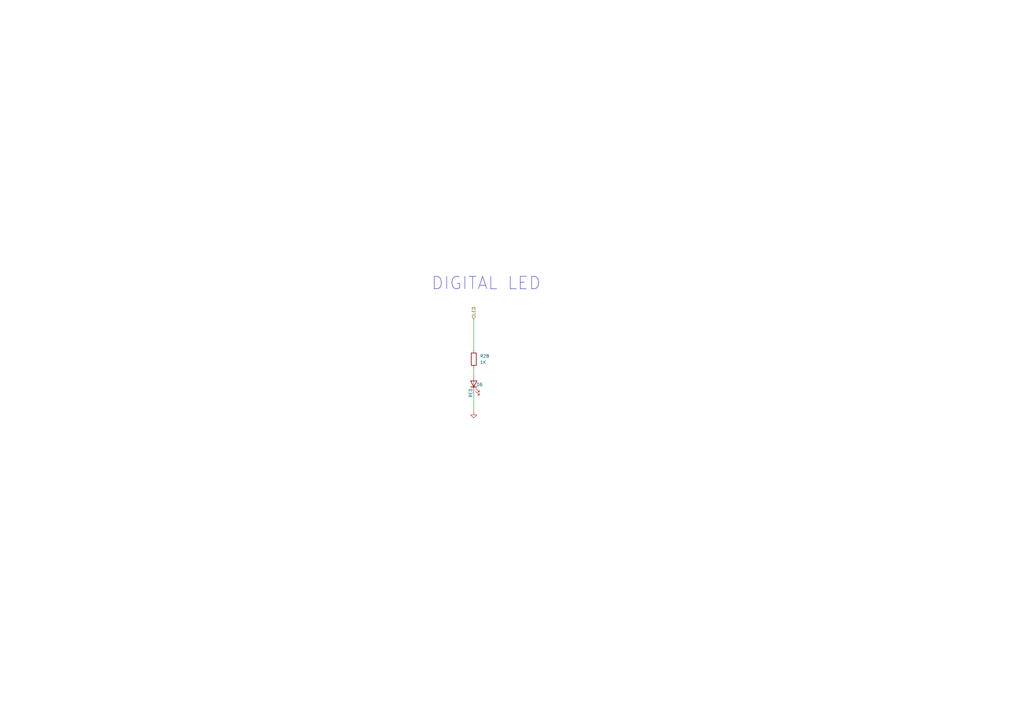
<source format=kicad_sch>
(kicad_sch (version 20250114) (generator "eeschema") (generator_version "9.0")
  (paper "A3")
  (title_block (title "Rabosa Micromouse") (rev "1.0") (company "XorvaLabs ") (comment 1 "Schematic design based on Green Ye's Green Giant 5.19V micromouse") (comment 2 "And in OPRobots streams"))
  (lib_symbols
    (symbol "Device:LED" (pin_numbers (hide yes)) (pin_names (offset 1.016) (hide yes))
      (property "Reference" "D" (at 0 2.54 0))
      (property "Value" "LED" (at 0 -2.54 0))
      (symbol "LED_0_1"
        (polyline (pts (xy -3.048 -0.762) (xy -4.572 -2.286) (xy -3.81 -2.286) (xy -4.572 -2.286) (xy -4.572 -1.524)))
        (polyline (pts (xy -1.778 -0.762) (xy -3.302 -2.286) (xy -2.54 -2.286) (xy -3.302 -2.286) (xy -3.302 -1.524)))
        (polyline (pts (xy -1.27 0) (xy 1.27 0)))
        (polyline (pts (xy -1.27 -1.27) (xy -1.27 1.27)) (stroke (width 0.254)))
        (polyline (pts (xy 1.27 -1.27) (xy 1.27 1.27) (xy -1.27 0) (xy 1.27 -1.27)) (stroke (width 0.254)))
      )
      (symbol "LED_1_1"
        (pin passive line (at -3.81 0 0) (length 2.54) (name "K") (number "1"))
        (pin passive line (at 3.81 0 180) (length 2.54) (name "A") (number "2"))
      )
    )
    (symbol "Device:R" (pin_numbers (hide yes)) (pin_names (offset 0))
      (property "Reference" "R" (at 2.032 0 90))
      (property "Value" "R" (at 0 0 90))
      (symbol "R_0_1"
        (rectangle (start -1.016 -2.54) (end 1.016 2.54) (stroke (width 0.254)))
      )
      (symbol "R_1_1"
        (pin passive line (at 0 3.81 270) (length 1.27) (name "~") (number "1"))
        (pin passive line (at 0 -3.81 90) (length 1.27) (name "~") (number "2"))
      )
    )
    (symbol "power:GND" (power) (pin_numbers (hide yes)) (pin_names (offset 0) (hide yes))
      (property "Value" "GND" (at 0 -3.81 0))
      (symbol "GND_0_1"
        (polyline (pts (xy 0 0) (xy 0 -1.27) (xy 1.27 -1.27) (xy 0 -2.54) (xy -1.27 -1.27) (xy 0 -1.27)))
      )
      (symbol "GND_1_1"
        (pin power_in line (at 0 0 270) (length 0) (name "~") (number "1"))
      )
    )
  )
  (text "DIGITAL LED" (at 199.39 116.332 0) (effects (font (size 5.08 5.08))))
  (wire (pts (xy 194.31 151.13) (xy 194.31 153.67)))
  (wire (pts (xy 194.31 130.81) (xy 194.31 143.51)))
  (wire (pts (xy 194.31 161.29) (xy 194.31 168.91)))
  (hierarchical_label "LED" (shape input) (at 194.31 130.81 90))
  (symbol (lib_id "Device:R") (at 194.31 147.32 0) (unit 1)
    (property "Reference" "R19" (at 196.85 146.0499 0) (effects (justify left)))
    (property "Value" "1K" (at 196.85 148.5899 0) (effects (justify left)))
    (property "Footprint" "Resistor_SMD:R_0402_1005Metric" (effects (hide yes)))
    (property "Description" "Resistor" (effects (hide yes)))
    (property "JLCPCB Part #" "C174151" (effects (hide yes)))
    (instances (project "Rabosa" (path "" (reference "R28") (unit 1)) (path "" (reference "R31") (unit 1)) (path "" (reference "R2") (unit 1)) (path "" (reference "R53") (unit 1)) (path "" (reference "R3") (unit 1)) (path "" (reference "R6") (unit 1)) (path "" (reference "R19") (unit 1))))
  )
  (symbol (lib_id "power:GND") (at 194.31 168.91 0) (unit 1)
    (property "Reference" "#PWR026" (effects (hide yes)))
    (property "Value" "GND" (effects (hide yes)))
    (property "Description" "Power symbol creates a global label with name \"GND\" , ground" (effects (hide yes)))
    (instances (project "Rabosa" (path "" (reference "#PWR035") (unit 1)) (path "" (reference "#PWR095") (unit 1)) (path "" (reference "#PWR079") (unit 1)) (path "" (reference "#PWR042") (unit 1)) (path "" (reference "#PWR036") (unit 1)) (path "" (reference "#PWR089") (unit 1)) (path "" (reference "#PWR026") (unit 1))))
  )
  (symbol (lib_id "Device:LED") (at 194.31 157.48 90) (unit 1)
    (property "Reference" "D3" (at 195.326 157.734 90) (effects (justify right)))
    (property "Value" "RED" (at 193.04 159.258 0) (effects (justify right)))
    (property "Footprint" "LED_SMD:LED_0402_1005Metric" (effects (hide yes)))
    (property "Description" "Light emitting diode" (effects (hide yes)))
    (property "Sim.Pins" "1=K 2=A" (effects (hide yes)))
    (property "JLCPCB Part #" "C71911" (effects (hide yes)))
    (instances (project "Rabosa" (path "" (reference "D6") (unit 1)) (path "" (reference "D7") (unit 1)) (path "" (reference "D11") (unit 1)) (path "" (reference "D10") (unit 1)) (path "" (reference "D12") (unit 1)) (path "" (reference "D15") (unit 1)) (path "" (reference "D3") (unit 1))))
  )
)
</source>
